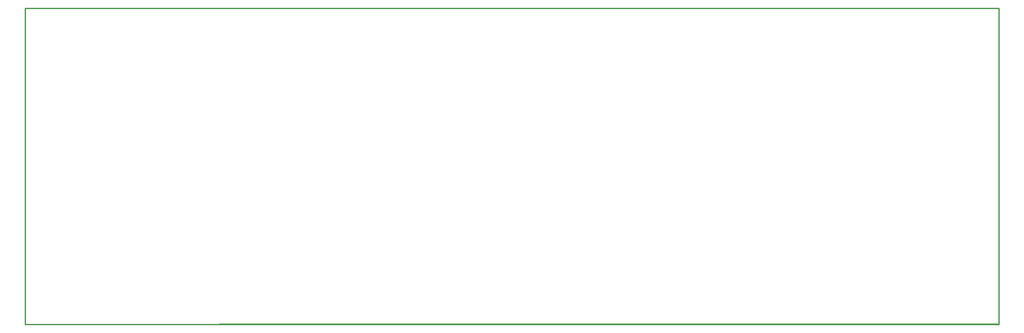
<source format=gko>
%FSLAX43Y43*%
%MOMM*%
G71*
G01*
G75*
%ADD10C,0.300*%
%ADD11C,0.125*%
%ADD12R,1.600X1.800*%
%ADD13R,0.600X2.200*%
%ADD14R,1.800X1.600*%
%ADD15R,2.000X2.000*%
%ADD16R,2.000X1.500*%
%ADD17R,7.000X7.000*%
%ADD18R,1.500X1.300*%
%ADD19R,1.300X1.500*%
%ADD20R,0.600X1.700*%
%ADD21R,0.600X1.700*%
%ADD22R,6.000X6.000*%
%ADD23R,3.000X4.000*%
%ADD24C,0.400*%
%ADD25C,0.500*%
%ADD26C,1.000*%
%ADD27C,2.000*%
%ADD28C,0.600*%
%ADD29C,2.000*%
%ADD30C,5.000*%
%ADD31C,1.400*%
%ADD32R,1.400X1.400*%
%ADD33C,1.500*%
%ADD34R,1.500X1.500*%
%ADD35C,4.000*%
%ADD36C,3.000*%
%ADD37R,3.000X3.000*%
%ADD38C,1.500*%
%ADD39R,1.500X1.500*%
%ADD40C,2.500*%
%ADD41O,2.000X3.000*%
%ADD42C,1.100*%
%ADD43R,1.803X2.003*%
%ADD44R,0.803X2.403*%
%ADD45R,2.003X1.803*%
%ADD46R,2.203X2.203*%
%ADD47R,2.203X1.703*%
%ADD48R,7.203X7.203*%
%ADD49R,1.703X1.503*%
%ADD50R,1.503X1.703*%
%ADD51R,0.803X1.903*%
%ADD52R,0.803X1.903*%
%ADD53R,6.203X6.203*%
%ADD54R,3.203X4.203*%
%ADD55C,2.203*%
%ADD56C,5.203*%
%ADD57C,1.603*%
%ADD58R,1.603X1.603*%
%ADD59C,1.703*%
%ADD60R,1.703X1.703*%
%ADD61C,4.203*%
%ADD62C,3.203*%
%ADD63R,3.203X3.203*%
%ADD64C,1.703*%
%ADD65R,1.703X1.703*%
%ADD66C,2.703*%
%ADD67O,2.203X3.203*%
%ADD68C,1.303*%
%ADD69C,0.254*%
D10*
X40000Y-65000D02*
X200000D01*
D69*
Y0D01*
X-0Y-65000D02*
Y0D01*
Y-65000D02*
X40000D01*
X-0Y0D02*
X40000D01*
X200000D01*
M02*

</source>
